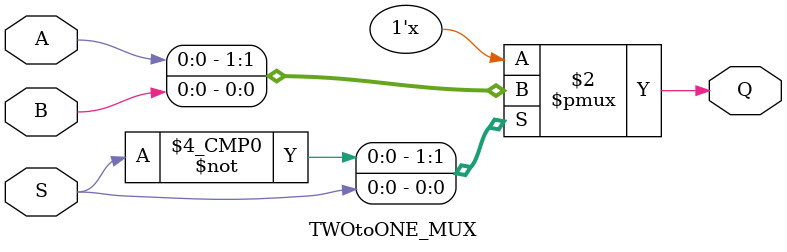
<source format=v>
module TWOtoONE_MUX(A, B, S, Q);
	input A, B, S;
	output reg Q;
	
	always @ * begin
		case (S)
			0: Q=A;
			1: Q=B;
		endcase
	end 
endmodule 
</source>
